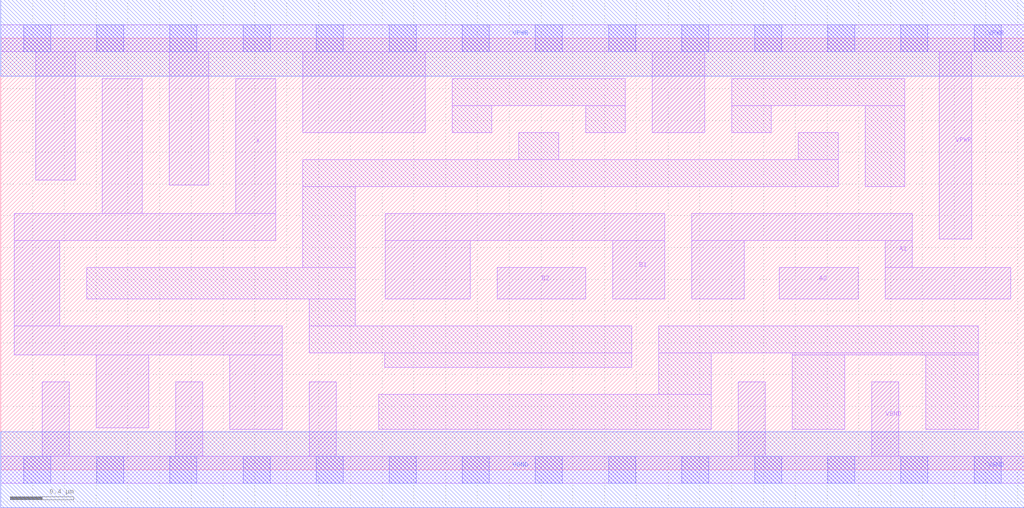
<source format=lef>
# Copyright 2020 The SkyWater PDK Authors
#
# Licensed under the Apache License, Version 2.0 (the "License");
# you may not use this file except in compliance with the License.
# You may obtain a copy of the License at
#
#     https://www.apache.org/licenses/LICENSE-2.0
#
# Unless required by applicable law or agreed to in writing, software
# distributed under the License is distributed on an "AS IS" BASIS,
# WITHOUT WARRANTIES OR CONDITIONS OF ANY KIND, either express or implied.
# See the License for the specific language governing permissions and
# limitations under the License.
#
# SPDX-License-Identifier: Apache-2.0

VERSION 5.7 ;
  NAMESCASESENSITIVE ON ;
  NOWIREEXTENSIONATPIN ON ;
  DIVIDERCHAR "/" ;
  BUSBITCHARS "[]" ;
UNITS
  DATABASE MICRONS 200 ;
END UNITS
MACRO sky130_fd_sc_hd__o22a_4
  CLASS CORE ;
  SOURCE USER ;
  FOREIGN sky130_fd_sc_hd__o22a_4 ;
  ORIGIN  0.000000  0.000000 ;
  SIZE  6.440000 BY  2.720000 ;
  SYMMETRY X Y R90 ;
  SITE unithd ;
  PIN A1
    ANTENNAGATEAREA  0.495000 ;
    DIRECTION INPUT ;
    USE SIGNAL ;
    PORT
      LAYER li1 ;
        RECT 4.350000 1.075000 4.680000 1.445000 ;
        RECT 4.350000 1.445000 5.735000 1.615000 ;
        RECT 5.565000 1.075000 6.355000 1.275000 ;
        RECT 5.565000 1.275000 5.735000 1.445000 ;
    END
  END A1
  PIN A2
    ANTENNAGATEAREA  0.495000 ;
    DIRECTION INPUT ;
    USE SIGNAL ;
    PORT
      LAYER li1 ;
        RECT 4.900000 1.075000 5.395000 1.275000 ;
    END
  END A2
  PIN B1
    ANTENNAGATEAREA  0.495000 ;
    DIRECTION INPUT ;
    USE SIGNAL ;
    PORT
      LAYER li1 ;
        RECT 2.420000 1.075000 2.955000 1.445000 ;
        RECT 2.420000 1.445000 4.180000 1.615000 ;
        RECT 3.850000 1.075000 4.180000 1.445000 ;
    END
  END B1
  PIN B2
    ANTENNAGATEAREA  0.495000 ;
    DIRECTION INPUT ;
    USE SIGNAL ;
    PORT
      LAYER li1 ;
        RECT 3.125000 1.075000 3.680000 1.275000 ;
    END
  END B2
  PIN X
    ANTENNADIFFAREA  0.891000 ;
    DIRECTION OUTPUT ;
    USE SIGNAL ;
    PORT
      LAYER li1 ;
        RECT 0.085000 0.725000 1.770000 0.905000 ;
        RECT 0.085000 0.905000 0.370000 1.445000 ;
        RECT 0.085000 1.445000 1.730000 1.615000 ;
        RECT 0.600000 0.265000 0.930000 0.725000 ;
        RECT 0.640000 1.615000 0.890000 2.465000 ;
        RECT 1.440000 0.255000 1.770000 0.725000 ;
        RECT 1.480000 1.615000 1.730000 2.465000 ;
    END
  END X
  PIN VGND
    DIRECTION INOUT ;
    SHAPE ABUTMENT ;
    USE GROUND ;
    PORT
      LAYER li1 ;
        RECT 0.000000 -0.085000 6.440000 0.085000 ;
        RECT 0.260000  0.085000 0.430000 0.555000 ;
        RECT 1.100000  0.085000 1.270000 0.555000 ;
        RECT 1.940000  0.085000 2.110000 0.555000 ;
        RECT 4.640000  0.085000 4.810000 0.555000 ;
        RECT 5.480000  0.085000 5.650000 0.555000 ;
      LAYER mcon ;
        RECT 0.145000 -0.085000 0.315000 0.085000 ;
        RECT 0.605000 -0.085000 0.775000 0.085000 ;
        RECT 1.065000 -0.085000 1.235000 0.085000 ;
        RECT 1.525000 -0.085000 1.695000 0.085000 ;
        RECT 1.985000 -0.085000 2.155000 0.085000 ;
        RECT 2.445000 -0.085000 2.615000 0.085000 ;
        RECT 2.905000 -0.085000 3.075000 0.085000 ;
        RECT 3.365000 -0.085000 3.535000 0.085000 ;
        RECT 3.825000 -0.085000 3.995000 0.085000 ;
        RECT 4.285000 -0.085000 4.455000 0.085000 ;
        RECT 4.745000 -0.085000 4.915000 0.085000 ;
        RECT 5.205000 -0.085000 5.375000 0.085000 ;
        RECT 5.665000 -0.085000 5.835000 0.085000 ;
        RECT 6.125000 -0.085000 6.295000 0.085000 ;
      LAYER met1 ;
        RECT 0.000000 -0.240000 6.440000 0.240000 ;
    END
  END VGND
  PIN VPWR
    DIRECTION INOUT ;
    SHAPE ABUTMENT ;
    USE POWER ;
    PORT
      LAYER li1 ;
        RECT 0.000000 2.635000 6.440000 2.805000 ;
        RECT 0.220000 1.825000 0.470000 2.635000 ;
        RECT 1.060000 1.795000 1.310000 2.635000 ;
        RECT 1.900000 2.125000 2.670000 2.635000 ;
        RECT 4.100000 2.125000 4.430000 2.635000 ;
        RECT 5.905000 1.455000 6.110000 2.635000 ;
      LAYER mcon ;
        RECT 0.145000 2.635000 0.315000 2.805000 ;
        RECT 0.605000 2.635000 0.775000 2.805000 ;
        RECT 1.065000 2.635000 1.235000 2.805000 ;
        RECT 1.525000 2.635000 1.695000 2.805000 ;
        RECT 1.985000 2.635000 2.155000 2.805000 ;
        RECT 2.445000 2.635000 2.615000 2.805000 ;
        RECT 2.905000 2.635000 3.075000 2.805000 ;
        RECT 3.365000 2.635000 3.535000 2.805000 ;
        RECT 3.825000 2.635000 3.995000 2.805000 ;
        RECT 4.285000 2.635000 4.455000 2.805000 ;
        RECT 4.745000 2.635000 4.915000 2.805000 ;
        RECT 5.205000 2.635000 5.375000 2.805000 ;
        RECT 5.665000 2.635000 5.835000 2.805000 ;
        RECT 6.125000 2.635000 6.295000 2.805000 ;
      LAYER met1 ;
        RECT 0.000000 2.480000 6.440000 2.960000 ;
    END
  END VPWR
  OBS
    LAYER li1 ;
      RECT 0.540000 1.075000 2.230000 1.275000 ;
      RECT 1.900000 1.275000 2.230000 1.785000 ;
      RECT 1.900000 1.785000 5.270000 1.955000 ;
      RECT 1.940000 0.735000 3.970000 0.905000 ;
      RECT 1.940000 0.905000 2.230000 1.075000 ;
      RECT 2.380000 0.255000 4.470000 0.475000 ;
      RECT 2.415000 0.645000 3.970000 0.735000 ;
      RECT 2.840000 2.125000 3.090000 2.295000 ;
      RECT 2.840000 2.295000 3.930000 2.465000 ;
      RECT 3.260000 1.955000 3.510000 2.125000 ;
      RECT 3.680000 2.125000 3.930000 2.295000 ;
      RECT 4.140000 0.475000 4.470000 0.735000 ;
      RECT 4.140000 0.735000 6.150000 0.905000 ;
      RECT 4.600000 2.125000 4.850000 2.295000 ;
      RECT 4.600000 2.295000 5.690000 2.465000 ;
      RECT 4.980000 0.255000 5.310000 0.725000 ;
      RECT 4.980000 0.725000 6.150000 0.735000 ;
      RECT 5.020000 1.955000 5.270000 2.125000 ;
      RECT 5.440000 1.785000 5.690000 2.295000 ;
      RECT 5.820000 0.255000 6.150000 0.725000 ;
  END
END sky130_fd_sc_hd__o22a_4

</source>
